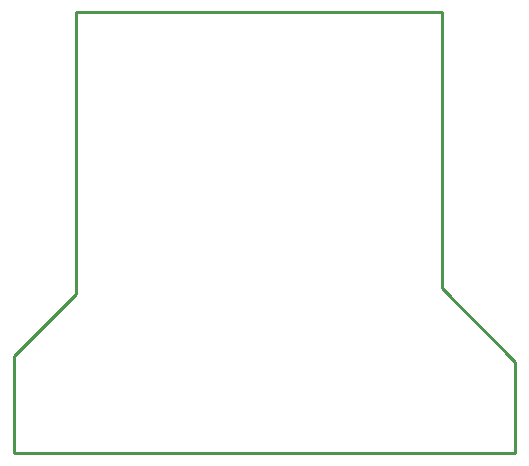
<source format=gko>
G04 Layer: BoardOutlineLayer*
G04 EasyEDA v6.5.50, 2025-06-16 12:03:04*
G04 55e65c3ac0eb4ad98c6e674942cef6fe,3f078cb1506742e7acfa9f53f525b8a4,10*
G04 Gerber Generator version 0.2*
G04 Scale: 100 percent, Rotated: No, Reflected: No *
G04 Dimensions in millimeters *
G04 leading zeros omitted , absolute positions ,4 integer and 5 decimal *
%FSLAX45Y45*%
%MOMM*%

%ADD10C,0.2540*%
%ADD11C,0.0166*%
D10*
X2857500Y5727700D02*
G01*
X4546600Y5727700D01*
X4546600Y3390900D01*
X5168900Y2768600D01*
X5168900Y1993900D01*
X927100Y1993900D01*
X927100Y2768600D01*
X927100Y2819400D01*
X1447800Y3340100D01*
X1447800Y5727700D01*
X2895600Y5727700D01*

%LPD*%
M02*

</source>
